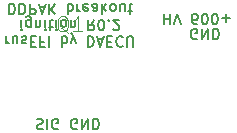
<source format=gbo>
G04 (created by PCBNEW (2013-07-07 BZR 4022)-stable) date 28/12/2014 00:49:19*
%MOIN*%
G04 Gerber Fmt 3.4, Leading zero omitted, Abs format*
%FSLAX34Y34*%
G01*
G70*
G90*
G04 APERTURE LIST*
%ADD10C,0.00590551*%
%ADD11C,0.005*%
%ADD12C,0.0035*%
G04 APERTURE END LIST*
G54D10*
G54D11*
X83233Y-69191D02*
X83200Y-69208D01*
X83150Y-69208D01*
X83100Y-69191D01*
X83066Y-69158D01*
X83050Y-69125D01*
X83033Y-69058D01*
X83033Y-69008D01*
X83050Y-68941D01*
X83066Y-68908D01*
X83100Y-68875D01*
X83150Y-68858D01*
X83183Y-68858D01*
X83233Y-68875D01*
X83250Y-68891D01*
X83250Y-69008D01*
X83183Y-69008D01*
X83400Y-68858D02*
X83400Y-69208D01*
X83600Y-68858D01*
X83600Y-69208D01*
X83766Y-68858D02*
X83766Y-69208D01*
X83850Y-69208D01*
X83900Y-69191D01*
X83933Y-69158D01*
X83950Y-69125D01*
X83966Y-69058D01*
X83966Y-69008D01*
X83950Y-68941D01*
X83933Y-68908D01*
X83900Y-68875D01*
X83850Y-68858D01*
X83766Y-68858D01*
X86150Y-65358D02*
X86150Y-65708D01*
X86150Y-65541D02*
X86350Y-65541D01*
X86350Y-65358D02*
X86350Y-65708D01*
X86466Y-65708D02*
X86583Y-65358D01*
X86699Y-65708D01*
X87233Y-65708D02*
X87166Y-65708D01*
X87133Y-65691D01*
X87116Y-65675D01*
X87083Y-65625D01*
X87066Y-65558D01*
X87066Y-65425D01*
X87083Y-65391D01*
X87099Y-65375D01*
X87133Y-65358D01*
X87199Y-65358D01*
X87233Y-65375D01*
X87249Y-65391D01*
X87266Y-65425D01*
X87266Y-65508D01*
X87249Y-65541D01*
X87233Y-65558D01*
X87199Y-65575D01*
X87133Y-65575D01*
X87099Y-65558D01*
X87083Y-65541D01*
X87066Y-65508D01*
X87483Y-65708D02*
X87516Y-65708D01*
X87549Y-65691D01*
X87566Y-65675D01*
X87583Y-65641D01*
X87599Y-65575D01*
X87599Y-65491D01*
X87583Y-65425D01*
X87566Y-65391D01*
X87549Y-65375D01*
X87516Y-65358D01*
X87483Y-65358D01*
X87449Y-65375D01*
X87433Y-65391D01*
X87416Y-65425D01*
X87399Y-65491D01*
X87399Y-65575D01*
X87416Y-65641D01*
X87433Y-65675D01*
X87449Y-65691D01*
X87483Y-65708D01*
X87816Y-65708D02*
X87850Y-65708D01*
X87883Y-65691D01*
X87900Y-65675D01*
X87916Y-65641D01*
X87933Y-65575D01*
X87933Y-65491D01*
X87916Y-65425D01*
X87900Y-65391D01*
X87883Y-65375D01*
X87850Y-65358D01*
X87816Y-65358D01*
X87783Y-65375D01*
X87766Y-65391D01*
X87750Y-65425D01*
X87733Y-65491D01*
X87733Y-65575D01*
X87750Y-65641D01*
X87766Y-65675D01*
X87783Y-65691D01*
X87816Y-65708D01*
X88083Y-65491D02*
X88350Y-65491D01*
X88216Y-65358D02*
X88216Y-65625D01*
X81891Y-68875D02*
X81941Y-68858D01*
X82025Y-68858D01*
X82058Y-68875D01*
X82075Y-68891D01*
X82091Y-68925D01*
X82091Y-68958D01*
X82075Y-68991D01*
X82058Y-69008D01*
X82025Y-69025D01*
X81958Y-69041D01*
X81925Y-69058D01*
X81908Y-69075D01*
X81891Y-69108D01*
X81891Y-69141D01*
X81908Y-69175D01*
X81925Y-69191D01*
X81958Y-69208D01*
X82041Y-69208D01*
X82091Y-69191D01*
X82241Y-68858D02*
X82241Y-69208D01*
X82591Y-69191D02*
X82558Y-69208D01*
X82508Y-69208D01*
X82458Y-69191D01*
X82425Y-69158D01*
X82408Y-69125D01*
X82391Y-69058D01*
X82391Y-69008D01*
X82408Y-68941D01*
X82425Y-68908D01*
X82458Y-68875D01*
X82508Y-68858D01*
X82541Y-68858D01*
X82591Y-68875D01*
X82608Y-68891D01*
X82608Y-69008D01*
X82541Y-69008D01*
X87233Y-66191D02*
X87200Y-66208D01*
X87150Y-66208D01*
X87100Y-66191D01*
X87066Y-66158D01*
X87050Y-66125D01*
X87033Y-66058D01*
X87033Y-66008D01*
X87050Y-65941D01*
X87066Y-65908D01*
X87100Y-65875D01*
X87150Y-65858D01*
X87183Y-65858D01*
X87233Y-65875D01*
X87250Y-65891D01*
X87250Y-66008D01*
X87183Y-66008D01*
X87400Y-65858D02*
X87400Y-66208D01*
X87600Y-65858D01*
X87600Y-66208D01*
X87766Y-65858D02*
X87766Y-66208D01*
X87850Y-66208D01*
X87900Y-66191D01*
X87933Y-66158D01*
X87950Y-66125D01*
X87966Y-66058D01*
X87966Y-66008D01*
X87950Y-65941D01*
X87933Y-65908D01*
X87900Y-65875D01*
X87850Y-65858D01*
X87766Y-65858D01*
X80883Y-66108D02*
X80883Y-66341D01*
X80883Y-66275D02*
X80900Y-66308D01*
X80916Y-66325D01*
X80950Y-66341D01*
X80983Y-66341D01*
X81250Y-66341D02*
X81250Y-66108D01*
X81100Y-66341D02*
X81100Y-66158D01*
X81116Y-66125D01*
X81150Y-66108D01*
X81200Y-66108D01*
X81233Y-66125D01*
X81250Y-66141D01*
X81400Y-66125D02*
X81433Y-66108D01*
X81500Y-66108D01*
X81533Y-66125D01*
X81550Y-66158D01*
X81550Y-66175D01*
X81533Y-66208D01*
X81500Y-66225D01*
X81450Y-66225D01*
X81416Y-66241D01*
X81400Y-66275D01*
X81400Y-66291D01*
X81416Y-66325D01*
X81450Y-66341D01*
X81500Y-66341D01*
X81533Y-66325D01*
X81700Y-66291D02*
X81816Y-66291D01*
X81866Y-66108D02*
X81700Y-66108D01*
X81700Y-66458D01*
X81866Y-66458D01*
X82133Y-66291D02*
X82016Y-66291D01*
X82016Y-66108D02*
X82016Y-66458D01*
X82183Y-66458D01*
X82316Y-66108D02*
X82316Y-66458D01*
X82750Y-66108D02*
X82750Y-66458D01*
X82750Y-66325D02*
X82783Y-66341D01*
X82850Y-66341D01*
X82883Y-66325D01*
X82900Y-66308D01*
X82916Y-66275D01*
X82916Y-66175D01*
X82900Y-66141D01*
X82883Y-66125D01*
X82850Y-66108D01*
X82783Y-66108D01*
X82750Y-66125D01*
X83033Y-66341D02*
X83116Y-66108D01*
X83200Y-66341D02*
X83116Y-66108D01*
X83083Y-66025D01*
X83066Y-66008D01*
X83033Y-65991D01*
X83600Y-66108D02*
X83600Y-66458D01*
X83683Y-66458D01*
X83733Y-66441D01*
X83766Y-66408D01*
X83783Y-66375D01*
X83800Y-66308D01*
X83800Y-66258D01*
X83783Y-66191D01*
X83766Y-66158D01*
X83733Y-66125D01*
X83683Y-66108D01*
X83600Y-66108D01*
X83933Y-66208D02*
X84100Y-66208D01*
X83900Y-66108D02*
X84016Y-66458D01*
X84133Y-66108D01*
X84250Y-66291D02*
X84366Y-66291D01*
X84416Y-66108D02*
X84250Y-66108D01*
X84250Y-66458D01*
X84416Y-66458D01*
X84766Y-66141D02*
X84749Y-66125D01*
X84699Y-66108D01*
X84666Y-66108D01*
X84616Y-66125D01*
X84583Y-66158D01*
X84566Y-66191D01*
X84549Y-66258D01*
X84549Y-66308D01*
X84566Y-66375D01*
X84583Y-66408D01*
X84616Y-66441D01*
X84666Y-66458D01*
X84699Y-66458D01*
X84749Y-66441D01*
X84766Y-66425D01*
X84916Y-66458D02*
X84916Y-66175D01*
X84933Y-66141D01*
X84949Y-66125D01*
X84983Y-66108D01*
X85049Y-66108D01*
X85083Y-66125D01*
X85099Y-66141D01*
X85116Y-66175D01*
X85116Y-66458D01*
X81375Y-65568D02*
X81375Y-65801D01*
X81375Y-65918D02*
X81358Y-65901D01*
X81375Y-65885D01*
X81391Y-65901D01*
X81375Y-65918D01*
X81375Y-65885D01*
X81691Y-65801D02*
X81691Y-65518D01*
X81675Y-65485D01*
X81658Y-65468D01*
X81625Y-65451D01*
X81575Y-65451D01*
X81541Y-65468D01*
X81691Y-65585D02*
X81658Y-65568D01*
X81591Y-65568D01*
X81558Y-65585D01*
X81541Y-65601D01*
X81525Y-65635D01*
X81525Y-65735D01*
X81541Y-65768D01*
X81558Y-65785D01*
X81591Y-65801D01*
X81658Y-65801D01*
X81691Y-65785D01*
X81858Y-65801D02*
X81858Y-65568D01*
X81858Y-65768D02*
X81875Y-65785D01*
X81908Y-65801D01*
X81958Y-65801D01*
X81991Y-65785D01*
X82008Y-65751D01*
X82008Y-65568D01*
X82175Y-65568D02*
X82175Y-65801D01*
X82175Y-65918D02*
X82158Y-65901D01*
X82175Y-65885D01*
X82191Y-65901D01*
X82175Y-65918D01*
X82175Y-65885D01*
X82291Y-65801D02*
X82425Y-65801D01*
X82341Y-65918D02*
X82341Y-65618D01*
X82358Y-65585D01*
X82391Y-65568D01*
X82425Y-65568D01*
X82541Y-65568D02*
X82541Y-65801D01*
X82541Y-65918D02*
X82525Y-65901D01*
X82541Y-65885D01*
X82558Y-65901D01*
X82541Y-65918D01*
X82541Y-65885D01*
X82758Y-65568D02*
X82725Y-65585D01*
X82708Y-65601D01*
X82691Y-65635D01*
X82691Y-65735D01*
X82708Y-65768D01*
X82725Y-65785D01*
X82758Y-65801D01*
X82808Y-65801D01*
X82841Y-65785D01*
X82858Y-65768D01*
X82875Y-65735D01*
X82875Y-65635D01*
X82858Y-65601D01*
X82841Y-65585D01*
X82808Y-65568D01*
X82758Y-65568D01*
X83025Y-65801D02*
X83025Y-65568D01*
X83025Y-65768D02*
X83041Y-65785D01*
X83075Y-65801D01*
X83125Y-65801D01*
X83158Y-65785D01*
X83175Y-65751D01*
X83175Y-65568D01*
X83808Y-65568D02*
X83691Y-65735D01*
X83608Y-65568D02*
X83608Y-65918D01*
X83741Y-65918D01*
X83774Y-65901D01*
X83791Y-65885D01*
X83808Y-65851D01*
X83808Y-65801D01*
X83791Y-65768D01*
X83774Y-65751D01*
X83741Y-65735D01*
X83608Y-65735D01*
X84024Y-65918D02*
X84058Y-65918D01*
X84091Y-65901D01*
X84108Y-65885D01*
X84124Y-65851D01*
X84141Y-65785D01*
X84141Y-65701D01*
X84124Y-65635D01*
X84108Y-65601D01*
X84091Y-65585D01*
X84058Y-65568D01*
X84024Y-65568D01*
X83991Y-65585D01*
X83974Y-65601D01*
X83958Y-65635D01*
X83941Y-65701D01*
X83941Y-65785D01*
X83958Y-65851D01*
X83974Y-65885D01*
X83991Y-65901D01*
X84024Y-65918D01*
X84291Y-65601D02*
X84308Y-65585D01*
X84291Y-65568D01*
X84274Y-65585D01*
X84291Y-65601D01*
X84291Y-65568D01*
X84441Y-65885D02*
X84458Y-65901D01*
X84491Y-65918D01*
X84574Y-65918D01*
X84608Y-65901D01*
X84624Y-65885D01*
X84641Y-65851D01*
X84641Y-65818D01*
X84624Y-65768D01*
X84424Y-65568D01*
X84641Y-65568D01*
X80966Y-65028D02*
X80966Y-65378D01*
X81050Y-65378D01*
X81100Y-65361D01*
X81133Y-65328D01*
X81150Y-65295D01*
X81166Y-65228D01*
X81166Y-65178D01*
X81150Y-65111D01*
X81133Y-65078D01*
X81100Y-65045D01*
X81050Y-65028D01*
X80966Y-65028D01*
X81316Y-65028D02*
X81316Y-65378D01*
X81400Y-65378D01*
X81450Y-65361D01*
X81483Y-65328D01*
X81500Y-65295D01*
X81516Y-65228D01*
X81516Y-65178D01*
X81500Y-65111D01*
X81483Y-65078D01*
X81450Y-65045D01*
X81400Y-65028D01*
X81316Y-65028D01*
X81666Y-65028D02*
X81666Y-65378D01*
X81800Y-65378D01*
X81833Y-65361D01*
X81850Y-65345D01*
X81866Y-65311D01*
X81866Y-65261D01*
X81850Y-65228D01*
X81833Y-65211D01*
X81800Y-65195D01*
X81666Y-65195D01*
X82000Y-65128D02*
X82166Y-65128D01*
X81966Y-65028D02*
X82083Y-65378D01*
X82200Y-65028D01*
X82316Y-65028D02*
X82316Y-65378D01*
X82516Y-65028D02*
X82366Y-65228D01*
X82516Y-65378D02*
X82316Y-65178D01*
X82933Y-65028D02*
X82933Y-65378D01*
X82933Y-65245D02*
X82966Y-65261D01*
X83033Y-65261D01*
X83066Y-65245D01*
X83083Y-65228D01*
X83100Y-65195D01*
X83100Y-65095D01*
X83083Y-65061D01*
X83066Y-65045D01*
X83033Y-65028D01*
X82966Y-65028D01*
X82933Y-65045D01*
X83250Y-65028D02*
X83250Y-65261D01*
X83250Y-65195D02*
X83266Y-65228D01*
X83283Y-65245D01*
X83316Y-65261D01*
X83350Y-65261D01*
X83600Y-65045D02*
X83566Y-65028D01*
X83500Y-65028D01*
X83466Y-65045D01*
X83450Y-65078D01*
X83450Y-65211D01*
X83466Y-65245D01*
X83500Y-65261D01*
X83566Y-65261D01*
X83600Y-65245D01*
X83616Y-65211D01*
X83616Y-65178D01*
X83450Y-65145D01*
X83916Y-65028D02*
X83916Y-65211D01*
X83900Y-65245D01*
X83866Y-65261D01*
X83800Y-65261D01*
X83766Y-65245D01*
X83916Y-65045D02*
X83883Y-65028D01*
X83800Y-65028D01*
X83766Y-65045D01*
X83750Y-65078D01*
X83750Y-65111D01*
X83766Y-65145D01*
X83800Y-65161D01*
X83883Y-65161D01*
X83916Y-65178D01*
X84083Y-65028D02*
X84083Y-65378D01*
X84116Y-65161D02*
X84216Y-65028D01*
X84216Y-65261D02*
X84083Y-65128D01*
X84416Y-65028D02*
X84383Y-65045D01*
X84366Y-65061D01*
X84350Y-65095D01*
X84350Y-65195D01*
X84366Y-65228D01*
X84383Y-65245D01*
X84416Y-65261D01*
X84466Y-65261D01*
X84500Y-65245D01*
X84516Y-65228D01*
X84533Y-65195D01*
X84533Y-65095D01*
X84516Y-65061D01*
X84500Y-65045D01*
X84466Y-65028D01*
X84416Y-65028D01*
X84833Y-65261D02*
X84833Y-65028D01*
X84683Y-65261D02*
X84683Y-65078D01*
X84700Y-65045D01*
X84733Y-65028D01*
X84783Y-65028D01*
X84816Y-65045D01*
X84833Y-65061D01*
X84950Y-65261D02*
X85083Y-65261D01*
X85000Y-65378D02*
X85000Y-65078D01*
X85016Y-65045D01*
X85050Y-65028D01*
X85083Y-65028D01*
G54D12*
X82952Y-66000D02*
X82904Y-65976D01*
X82857Y-65928D01*
X82785Y-65857D01*
X82738Y-65833D01*
X82690Y-65833D01*
X82714Y-65952D02*
X82666Y-65928D01*
X82619Y-65880D01*
X82595Y-65785D01*
X82595Y-65619D01*
X82619Y-65523D01*
X82666Y-65476D01*
X82714Y-65452D01*
X82809Y-65452D01*
X82857Y-65476D01*
X82904Y-65523D01*
X82928Y-65619D01*
X82928Y-65785D01*
X82904Y-65880D01*
X82857Y-65928D01*
X82809Y-65952D01*
X82714Y-65952D01*
X83404Y-65952D02*
X83119Y-65952D01*
X83261Y-65952D02*
X83261Y-65452D01*
X83214Y-65523D01*
X83166Y-65571D01*
X83119Y-65595D01*
M02*

</source>
